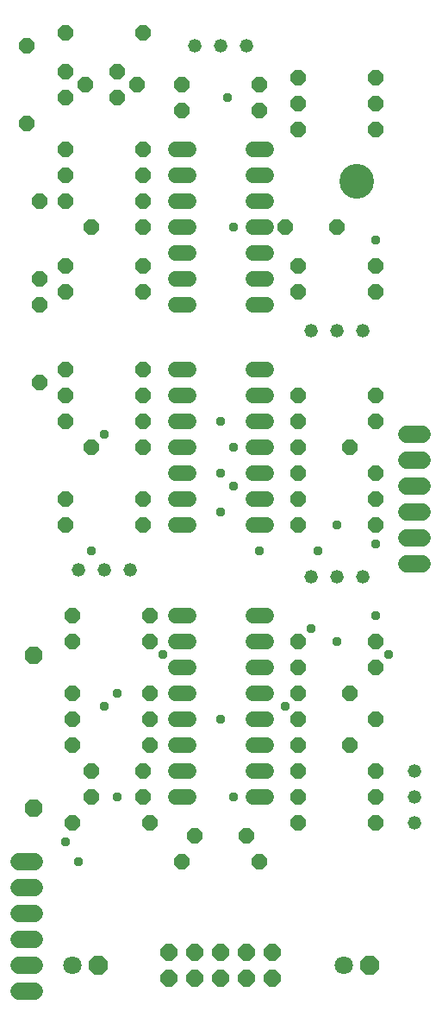
<source format=gts>
G04 EAGLE Gerber RS-274X export*
G75*
%MOMM*%
%FSLAX34Y34*%
%LPD*%
%INSoldermask Top*%
%IPPOS*%
%AMOC8*
5,1,8,0,0,1.08239X$1,22.5*%
G01*
%ADD10C,3.403600*%
%ADD11P,1.649562X8X202.500000*%
%ADD12P,1.649562X8X22.500000*%
%ADD13P,1.869504X8X292.500000*%
%ADD14C,1.320800*%
%ADD15C,1.524000*%
%ADD16C,1.727200*%
%ADD17P,1.649562X8X292.500000*%
%ADD18P,1.759533X8X22.500000*%
%ADD19P,1.951982X8X22.500000*%
%ADD20C,1.803400*%
%ADD21C,0.959600*%


D10*
X349250Y819150D03*
D11*
X330200Y774700D03*
X279400Y774700D03*
D12*
X190500Y177800D03*
X241300Y177800D03*
X88900Y241300D03*
X139700Y241300D03*
D11*
X342900Y266700D03*
X292100Y266700D03*
X342900Y317500D03*
X292100Y317500D03*
D13*
X31750Y354330D03*
X31750Y204470D03*
D12*
X88900Y215900D03*
X139700Y215900D03*
D11*
X342900Y558800D03*
X292100Y558800D03*
D12*
X88900Y558800D03*
X139700Y558800D03*
X88900Y774700D03*
X139700Y774700D03*
D14*
X304800Y431800D03*
X330200Y431800D03*
X355600Y431800D03*
D15*
X260604Y215900D02*
X247396Y215900D01*
X247396Y241300D02*
X260604Y241300D01*
X260604Y266700D02*
X247396Y266700D01*
X247396Y292100D02*
X260604Y292100D01*
X260604Y317500D02*
X247396Y317500D01*
X247396Y342900D02*
X260604Y342900D01*
X260604Y368300D02*
X247396Y368300D01*
X247396Y393700D02*
X260604Y393700D01*
X184404Y393700D02*
X171196Y393700D01*
X171196Y368300D02*
X184404Y368300D01*
X184404Y342900D02*
X171196Y342900D01*
X171196Y317500D02*
X184404Y317500D01*
X184404Y292100D02*
X171196Y292100D01*
X171196Y266700D02*
X184404Y266700D01*
X184404Y241300D02*
X171196Y241300D01*
X171196Y215900D02*
X184404Y215900D01*
X247396Y482600D02*
X260604Y482600D01*
X260604Y508000D02*
X247396Y508000D01*
X247396Y635000D02*
X260604Y635000D01*
X184404Y635000D02*
X171196Y635000D01*
X247396Y533400D02*
X260604Y533400D01*
X260604Y558800D02*
X247396Y558800D01*
X247396Y609600D02*
X260604Y609600D01*
X260604Y584200D02*
X247396Y584200D01*
X184404Y609600D02*
X171196Y609600D01*
X171196Y584200D02*
X184404Y584200D01*
X184404Y558800D02*
X171196Y558800D01*
X171196Y533400D02*
X184404Y533400D01*
X184404Y508000D02*
X171196Y508000D01*
X171196Y482600D02*
X184404Y482600D01*
X247396Y698500D02*
X260604Y698500D01*
X260604Y723900D02*
X247396Y723900D01*
X247396Y850900D02*
X260604Y850900D01*
X184404Y850900D02*
X171196Y850900D01*
X247396Y749300D02*
X260604Y749300D01*
X260604Y774700D02*
X247396Y774700D01*
X247396Y825500D02*
X260604Y825500D01*
X260604Y800100D02*
X247396Y800100D01*
X184404Y825500D02*
X171196Y825500D01*
X171196Y800100D02*
X184404Y800100D01*
X184404Y774700D02*
X171196Y774700D01*
X171196Y749300D02*
X184404Y749300D01*
X184404Y723900D02*
X171196Y723900D01*
X171196Y698500D02*
X184404Y698500D01*
D16*
X33020Y25400D02*
X17780Y25400D01*
X17780Y50800D02*
X33020Y50800D01*
X33020Y76200D02*
X17780Y76200D01*
X17780Y101600D02*
X33020Y101600D01*
X33020Y127000D02*
X17780Y127000D01*
X17780Y152400D02*
X33020Y152400D01*
X398780Y444500D02*
X414020Y444500D01*
X414020Y469900D02*
X398780Y469900D01*
X398780Y495300D02*
X414020Y495300D01*
X414020Y520700D02*
X398780Y520700D01*
X398780Y546100D02*
X414020Y546100D01*
X414020Y571500D02*
X398780Y571500D01*
D17*
X114300Y901700D03*
X133350Y914400D03*
X114300Y927100D03*
X63500Y901700D03*
X82550Y914400D03*
X63500Y927100D03*
D12*
X292100Y215900D03*
X368300Y215900D03*
X292100Y869950D03*
X368300Y869950D03*
D11*
X139700Y825500D03*
X63500Y825500D03*
X139700Y800100D03*
X63500Y800100D03*
D12*
X292100Y533400D03*
X368300Y533400D03*
X292100Y508000D03*
X368300Y508000D03*
X177800Y889000D03*
X254000Y889000D03*
D14*
X355600Y673100D03*
X330200Y673100D03*
X304800Y673100D03*
D11*
X139700Y635000D03*
X63500Y635000D03*
X139700Y609600D03*
X63500Y609600D03*
X146050Y266700D03*
X69850Y266700D03*
X139700Y584200D03*
X63500Y584200D03*
X368300Y736600D03*
X292100Y736600D03*
D14*
X127000Y438150D03*
X101600Y438150D03*
X76200Y438150D03*
D11*
X146050Y393700D03*
X69850Y393700D03*
D12*
X63500Y508000D03*
X139700Y508000D03*
D11*
X368300Y711200D03*
X292100Y711200D03*
X368300Y368300D03*
X292100Y368300D03*
D12*
X69850Y190500D03*
X146050Y190500D03*
X292100Y190500D03*
X368300Y190500D03*
D11*
X368300Y241300D03*
X292100Y241300D03*
D12*
X69850Y317500D03*
X146050Y317500D03*
D11*
X146050Y292100D03*
X69850Y292100D03*
X368300Y920750D03*
X292100Y920750D03*
D12*
X292100Y895350D03*
X368300Y895350D03*
D17*
X38100Y800100D03*
X38100Y723900D03*
D11*
X139700Y965200D03*
X63500Y965200D03*
D12*
X177800Y152400D03*
X254000Y152400D03*
D14*
X241300Y952500D03*
X215900Y952500D03*
X190500Y952500D03*
D11*
X254000Y914400D03*
X177800Y914400D03*
D12*
X63500Y850900D03*
X139700Y850900D03*
D17*
X25400Y952500D03*
X25400Y876300D03*
D12*
X63500Y736600D03*
X139700Y736600D03*
D11*
X139700Y711200D03*
X63500Y711200D03*
D17*
X38100Y698500D03*
X38100Y622300D03*
D14*
X406400Y190500D03*
X406400Y215900D03*
X406400Y241300D03*
D11*
X368300Y342900D03*
X292100Y342900D03*
D12*
X292100Y584200D03*
X368300Y584200D03*
D11*
X146050Y368300D03*
X69850Y368300D03*
D12*
X63500Y482600D03*
X139700Y482600D03*
X292100Y482600D03*
X368300Y482600D03*
X292100Y609600D03*
X368300Y609600D03*
X292100Y292100D03*
X368300Y292100D03*
D18*
X165100Y38100D03*
X165100Y63500D03*
X190500Y38100D03*
X190500Y63500D03*
X215900Y38100D03*
X215900Y63500D03*
X241300Y38100D03*
X241300Y63500D03*
X266700Y38100D03*
X266700Y63500D03*
D19*
X95250Y50800D03*
D20*
X69850Y50800D03*
D19*
X361950Y50800D03*
D20*
X336550Y50800D03*
D21*
X228600Y215900D03*
X228600Y558800D03*
X228600Y774700D03*
X228600Y520700D03*
X114300Y215900D03*
X114300Y317500D03*
X76200Y152400D03*
X311150Y457200D03*
X254000Y457200D03*
X304800Y381000D03*
X381000Y355600D03*
X368300Y393700D03*
X368300Y463550D03*
X101600Y571500D03*
X215900Y584200D03*
X215900Y533400D03*
X279400Y304800D03*
X101600Y304800D03*
X63500Y171450D03*
X88900Y457200D03*
X330200Y368300D03*
X158750Y355600D03*
X330200Y482600D03*
X215900Y292100D03*
X215900Y495300D03*
X368300Y762000D03*
X222250Y901700D03*
M02*

</source>
